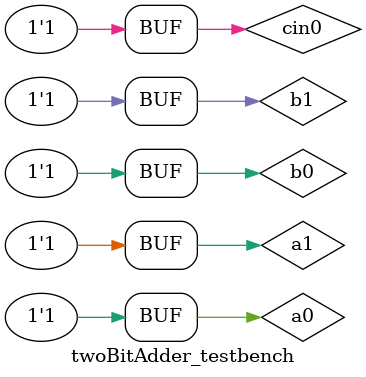
<source format=sv>
`timescale 1ns / 1ps


module twoBitAdder_testbench();
 logic a0, b0, a1, b1, cin0;
 logic s0, s1, cout1;

 // instantiate device under test
 twoBitAdder dut( a0, b0, a1, b1, cin0, s0, s1, cout1);

 // apply inputs one at a time
 initial begin
 a1 = 0; a0 = 0; b1 = 0; b0 = 0; cin0 = 0; #10;
 cin0 = 1; #10;
 cin0 = 0; b0 = 1; #10;
 b0 = 0; a0 = 1; #10;
 a0 = 0; b0 = 1; cin0 = 1; #10;
 b0 = 0; a0 = 1; #10;
 b0 = 1; cin0 = 0; #10;
 cin0 = 1; #10;
 a0 = 0; b1 = 1; b0 = 0; cin0 = 0; #10;
 cin0 = 1; #10;
 b0 = 1; cin0 = 0; #10;
 a0 = 1; b0 = 0; #10;
 a0 = 0; b0 = 1; cin0 = 1; #10; 
 a0 = 1; b0 = 0; #10;
 b0 = 1; cin0 = 0; #10;
 cin0 = 1; #10;
 a1 = 1; a0 = 0; b1 = 0; b0 = 0; cin0 = 0; #10;
 cin0 = 1; #10;
 b0 = 1; cin0 = 0; #10;
 a0 = 1; b0 = 0; #10;
 a0 = 0; b0 = 1; cin0 = 1; #10;
 a0 = 1; b0 = 0; #10;
 b0 = 1; cin0 = 0; #10;
 cin0 = 1; #10;
 a0 = 0; b1 = 1; b0 = 0; cin0 = 0; #10;
 cin0 = 1; #10;
 b0 = 1; cin0 = 0; #10;
 a0 = 1; b0 = 0; #10;
 a0 = 0; b0 = 1; cin0 = 1; #10;
 a0 = 1; b0 = 0; #10;
 b0 = 1; cin0 = 0 ; #10;
 cin0 = 1; #10;
 end
endmodule

</source>
